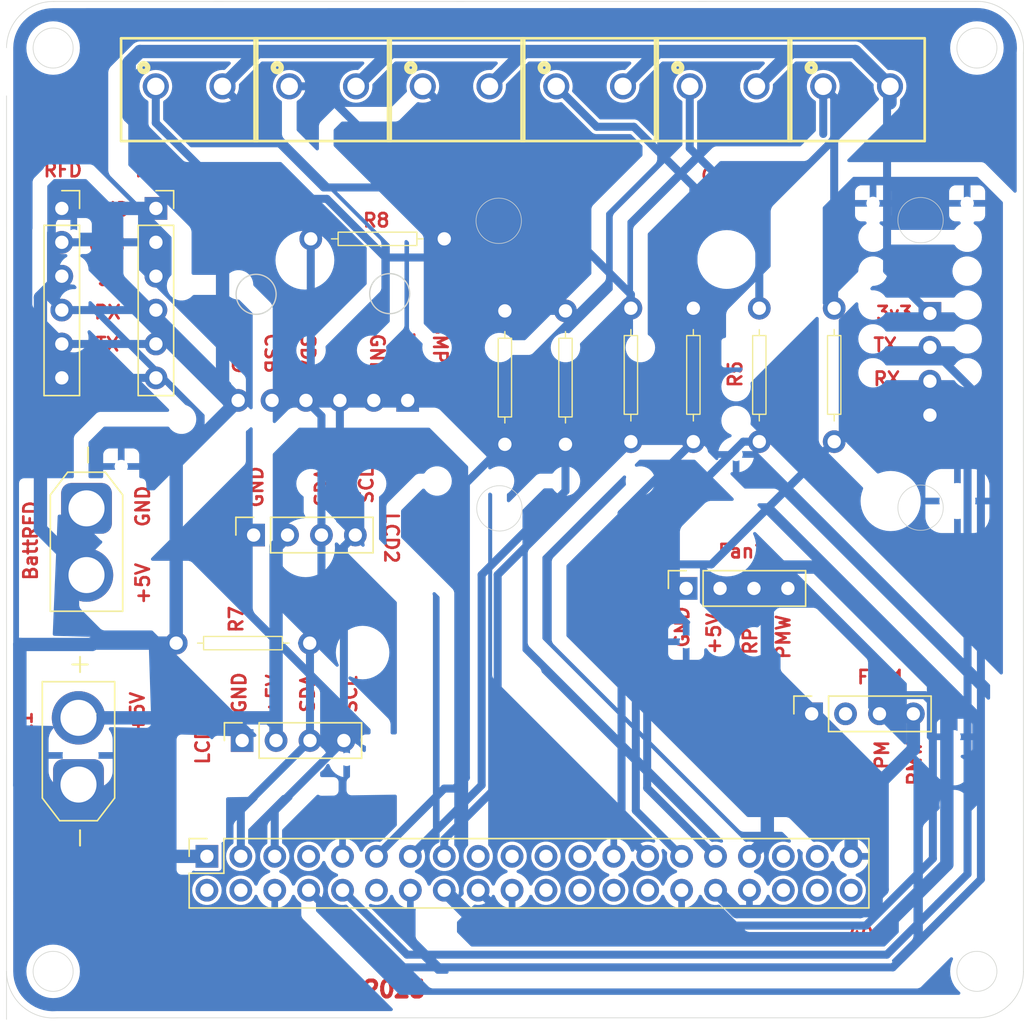
<source format=kicad_pcb>
(kicad_pcb (version 20240108) (generator "pcbnew") (generator_version "8.0")
  (layers (0 "F.Cu" signal) (31 "B.Cu" signal) (34 "B.Paste" user) (35 "F.Paste" user) (36 "B.SilkS" user "B.Silkscreen") (37 "F.SilkS" user "F.Silkscreen") (38 "B.Mask" user) (39 "F.Mask" user) (44 "Edge.Cuts" user))
  (net 0 "")
  (net 1 "Net-(Bouton_1-GND)")
  (net 2 "+3.3V")
  (net 3 "Net-(Bouton_2-GND)")
  (net 4 "Net-(Bouton_3-GND)")
  (net 5 "Net-(Bouton_4-GND)")
  (net 6 "Net-(Bouton_5-GND)")
  (net 7 "Net-(Bouton_6-GND)")
  (net 8 "+5V")
  (net 9 "GND")
  (net 10 "SCL")
  (net 11 "SDA")
  (net 13 "Fan2_RPM")
  (net 15 "Fan1_RPM")
  (net 18 "Fan2_PWM")
  (net 20 "Bouton_3")
  (net 22 "Fan1_PWM")
  (net 26 "Bouton_4")
  (net 27 "Bouton_1")
  (net 28 "Bouton_2")
  (net 31 "Bouton_6")
  (net 32 "RXD")
  (net 33 "TXD")
  (net 36 "Bouton_5")
  (net 40 "RFD_CTS")
  (net 41 "RFD_RTS")
  (net 42 "RFD_RX")
  (net 43 "RFD_TX")
  (footprint "SAS-Librarie-Empreinte:bornie_2position" (layer "F.Cu") (at 83.69 66.37)
    (property "Reference" "Bouton_2" (hide yes))
    (property "Value" "691137710002" (hide yes))
    (fp_line (start -5.1 -3.6) (end 5.1 -3.6) (stroke (width 0.2)) (layer "F.SilkS"))
    (fp_line (start -5.1 4.1) (end -5.1 -3.6) (stroke (width 0.2)) (layer "F.SilkS"))
    (fp_line (start 5.1 -3.6) (end 5.1 4.1) (stroke (width 0.2)) (layer "F.SilkS"))
    (fp_line (start 5.1 4.1) (end -5.1 4.1) (stroke (width 0.2)) (layer "F.SilkS"))
    (fp_circle (center -3.4 -1.4) (end -3.3 -1.4) (stroke (width 0.4)) (fill none) (layer "F.SilkS"))
    (pad "1" thru_hole circle (at -2.5 0) (size 1.95 1.95) (drill 1.3) (layers "*.Cu" "*.Mask") (net 3 "Net-(Bouton_2-GND)"))
    (pad "2" thru_hole circle (at 2.5 0) (size 1.95 1.95) (drill 1.3) (layers "*.Cu" "*.Mask") (net 2 "+3.3V"))
  )
  (footprint "SAS-Librarie-Empreinte:Resistance" (layer "F.Cu") (at 111.36 88.1 -90)
    (property "Reference" "R4" (hide yes))
    (property "Value" "1k" (hide yes))
    (fp_line (start -3.5 -0.1) (end -3.05 -0.1) (stroke (width 0.1)) (layer "F.SilkS"))
    (fp_line (start 2.85 -0.1) (end 3.35 -0.1) (stroke (width 0.1)) (layer "F.SilkS"))
    (fp_rect (start -3.05 -0.6) (end 2.85 0.4) (stroke (width 0.1)) (fill none) (layer "F.SilkS"))
    (pad "1" thru_hole oval (at 4.9 -0.1 270) (size 1.7 1.7) (drill 1) (layers "*.Cu" "*.Mask") (net 26 "Bouton_4"))
    (pad "2" thru_hole oval (at -5.1 -0.1 270) (size 1.7 1.7) (drill 1) (layers "*.Cu" "*.Mask") (net 5 "Net-(Bouton_4-GND)"))
  )
  (footprint "SAS-Librarie-Empreinte:Conn_6_pos" (layer "F.Cu") (at 71.0958 92.891)
    (property "Reference" "J10-FTDI1" (hide yes))
    (property "Value" "Conn_01x06" (hide yes))
    (fp_line (start -1.2258 -16.101) (end -1.2258 -3.341) (stroke (width 0.12)) (layer "F.SilkS"))
    (fp_line (start -1.2258 -16.101) (end 1.4342 -16.101) (stroke (width 0.12)) (layer "F.SilkS"))
    (fp_line (start -1.2258 -3.341) (end 1.4342 -3.341) (stroke (width 0.12)) (layer "F.SilkS"))
    (fp_line (start 0.1042 -18.701) (end 1.4342 -18.701) (stroke (width 0.12)) (layer "F.SilkS"))
    (fp_line (start 1.4342 -18.701) (end 1.4342 -17.371) (stroke (width 0.12)) (layer "F.SilkS"))
    (fp_line (start 1.4342 -16.101) (end 1.4342 -3.341) (stroke (width 0.12)) (layer "F.SilkS"))
    (pad "1" thru_hole rect (at 0.1042 -17.371) (size 1.7 1.7) (drill 1) (layers "*.Cu" "*.Mask") (net 9 "GND"))
    (pad "2" thru_hole oval (at 0.1042 -14.831) (size 1.7 1.7) (drill 1) (layers "*.Cu" "*.Mask") (net 40 "RFD_CTS"))
    (pad "3" thru_hole oval (at 0.1042 -12.291) (size 1.7 1.7) (drill 1) (layers "*.Cu" "*.Mask"))
    (pad "4" thru_hole oval (at 0.1042 -9.751) (size 1.7 1.7) (drill 1) (layers "*.Cu" "*.Mask") (net 42 "RFD_RX"))
    (pad "5" thru_hole oval (at 0.1042 -7.211) (size 1.7 1.7) (drill 1) (layers "*.Cu" "*.Mask") (net 43 "RFD_TX"))
    (pad "6" thru_hole oval (at 0.1042 -4.671) (size 1.7 1.7) (drill 1) (layers "*.Cu" "*.Mask") (net 41 "RFD_RTS"))
  )
  (footprint "SAS-Librarie-Empreinte:bornie_2position" (layer "F.Cu") (at 73.69 66.37)
    (property "Reference" "Bouton_1" (hide yes))
    (property "Value" "691137710002" (hide yes))
    (fp_line (start -5.1 -3.6) (end 5.1 -3.6) (stroke (width 0.2)) (layer "F.SilkS"))
    (fp_line (start -5.1 4.1) (end -5.1 -3.6) (stroke (width 0.2)) (layer "F.SilkS"))
    (fp_line (start 5.1 -3.6) (end 5.1 4.1) (stroke (width 0.2)) (layer "F.SilkS"))
    (fp_line (start 5.1 4.1) (end -5.1 4.1) (stroke (width 0.2)) (layer "F.SilkS"))
    (fp_circle (center -3.4 -1.4) (end -3.3 -1.4) (stroke (width 0.4)) (fill none) (layer "F.SilkS"))
    (pad "1" thru_hole circle (at -2.5 0) (size 1.95 1.95) (drill 1.3) (layers "*.Cu" "*.Mask") (net 1 "Net-(Bouton_1-GND)"))
    (pad "2" thru_hole circle (at 2.5 0) (size 1.95 1.95) (drill 1.3) (layers "*.Cu" "*.Mask") (net 2 "+3.3V"))
  )
  (footprint "SAS-Librarie-Empreinte:bornie_2position" (layer "F.Cu") (at 103.69 66.37)
    (property "Reference" "Bouton_4" (hide yes))
    (property "Value" "691137710002" (hide yes))
    (fp_line (start -5.1 -3.6) (end 5.1 -3.6) (stroke (width 0.2)) (layer "F.SilkS"))
    (fp_line (start -5.1 4.1) (end -5.1 -3.6) (stroke (width 0.2)) (layer "F.SilkS"))
    (fp_line (start 5.1 -3.6) (end 5.1 4.1) (stroke (width 0.2)) (layer "F.SilkS"))
    (fp_line (start 5.1 4.1) (end -5.1 4.1) (stroke (width 0.2)) (layer "F.SilkS"))
    (fp_circle (center -3.4 -1.4) (end -3.3 -1.4) (stroke (width 0.4)) (fill none) (layer "F.SilkS"))
    (pad "1" thru_hole circle (at -2.5 0) (size 1.95 1.95) (drill 1.3) (layers "*.Cu" "*.Mask") (net 5 "Net-(Bouton_4-GND)"))
    (pad "2" thru_hole circle (at 2.5 0) (size 1.95 1.95) (drill 1.3) (layers "*.Cu" "*.Mask") (net 2 "+3.3V"))
  )
  (footprint "SAS-Librarie-Empreinte:bornie_2position" (layer "F.Cu") (at 93.69 66.37)
    (property "Reference" "Bouton_3" (hide yes))
    (property "Value" "691137710002" (hide yes))
    (fp_line (start -5.1 -3.6) (end 5.1 -3.6) (stroke (width 0.2)) (layer "F.SilkS"))
    (fp_line (start -5.1 4.1) (end -5.1 -3.6) (stroke (width 0.2)) (layer "F.SilkS"))
    (fp_line (start 5.1 -3.6) (end 5.1 4.1) (stroke (width 0.2)) (layer "F.SilkS"))
    (fp_line (start 5.1 4.1) (end -5.1 4.1) (stroke (width 0.2)) (layer "F.SilkS"))
    (fp_circle (center -3.4 -1.4) (end -3.3 -1.4) (stroke (width 0.4)) (fill none) (layer "F.SilkS"))
    (pad "1" thru_hole circle (at -2.5 0) (size 1.95 1.95) (drill 1.3) (layers "*.Cu" "*.Mask") (net 4 "Net-(Bouton_3-GND)"))
    (pad "2" thru_hole circle (at 2.5 0) (size 1.95 1.95) (drill 1.3) (layers "*.Cu" "*.Mask") (net 2 "+3.3V"))
  )
  (footprint "Connector_PinSocket_2.54mm:PinSocket_2x20_P2.54mm_Vertical" (layer "F.Cu") (at 75.02 124.08 90)
    (property "Reference" "J6-cable-plat1" (hide yes))
    (property "Value" "Conn_02x20_Odd_Even" (hide yes))
    (fp_line (start 1.33 -1.33) (end 1.33 0) (stroke (width 0.12)) (layer "F.SilkS"))
    (fp_line (start 0 -1.33) (end 1.33 -1.33) (stroke (width 0.12)) (layer "F.SilkS"))
    (fp_line (start -1.27 -1.33) (end -1.27 1.27) (stroke (width 0.12)) (layer "F.SilkS"))
    (fp_line (start -3.87 -1.33) (end -1.27 -1.33) (stroke (width 0.12)) (layer "F.SilkS"))
    (fp_line (start -3.87 -1.33) (end -3.87 49.59) (stroke (width 0.12)) (layer "F.SilkS"))
    (fp_line (start 1.33 1.27) (end 1.33 49.59) (stroke (width 0.12)) (layer "F.SilkS"))
    (fp_line (start -1.27 1.27) (end 1.33 1.27) (stroke (width 0.12)) (layer "F.SilkS"))
    (fp_line (start -3.87 49.59) (end 1.33 49.59) (stroke (width 0.12)) (layer "F.SilkS"))
    (pad "1" thru_hole rect (at 0 0 90) (size 1.7 1.7) (drill 1) (layers "*.Cu" "*.Mask") (net 2 "+3.3V"))
    (pad "2" thru_hole oval (at -2.54 0 90) (size 1.7 1.7) (drill 1) (layers "*.Cu" "*.Mask"))
    (pad "3" thru_hole oval (at 0 2.54 90) (size 1.7 1.7) (drill 1) (layers "*.Cu" "*.Mask") (net 11 "SDA"))
    (pad "4" thru_hole oval (at -2.54 2.54 90) (size 1.7 1.7) (drill 1) (layers "*.Cu" "*.Mask"))
    (pad "5" thru_hole oval (at 0 5.08 90) (size 1.7 1.7) (drill 1) (layers "*.Cu" "*.Mask") (net 10 "SCL"))
    (pad "6" thru_hole oval (at -2.54 5.08 90) (size 1.7 1.7) (drill 1) (layers "*.Cu" "*.Mask") (net 9 "GND"))
    (pad "7" thru_hole oval (at 0 7.62 90) (size 1.7 1.7) (drill 1) (layers "*.Cu" "*.Mask"))
    (pad "8" thru_hole oval (at -2.54 7.62 90) (size 1.7 1.7) (drill 1) (layers "*.Cu" "*.Mask") (net 33 "TXD"))
    (pad "9" thru_hole oval (at 0 10.16 90) (size 1.7 1.7) (drill 1) (layers "*.Cu" "*.Mask") (net 9 "GND"))
    (pad "10" thru_hole oval (at -2.54 10.16 90) (size 1.7 1.7) (drill 1) (layers "*.Cu" "*.Mask") (net 32 "RXD"))
    (pad "11" thru_hole oval (at 0 12.7 90) (size 1.7 1.7) (drill 1) (layers "*.Cu" "*.Mask") (net 27 "Bouton_1"))
    (pad "12" thru_hole oval (at -2.54 12.7 90) (size 1.7 1.7) (drill 1) (layers "*.Cu" "*.Mask"))
    (pad "13" thru_hole oval (at 0 15.24 90) (size 1.7 1.7) (drill 1) (layers "*.Cu" "*.Mask") (net 28 "Bouton_2"))
    (pad "14" thru_hole oval (at -2.54 15.24 90) (size 1.7 1.7) (drill 1) (layers "*.Cu" "*.Mask") (net 9 "GND"))
    (pad "15" thru_hole oval (at 0 17.78 90) (size 1.7 1.7) (drill 1) (layers "*.Cu" "*.Mask") (net 20 "Bouton_3"))
    (pad "16" thru_hole oval (at -2.54 17.78 90) (size 1.7 1.7) (drill 1) (layers "*.Cu" "*.Mask") (net 13 "Fan2_RPM"))
    (pad "17" thru_hole oval (at 0 20.32 90) (size 1.7 1.7) (drill 1) (layers "*.Cu" "*.Mask") (net 2 "+3.3V"))
    (pad "18" thru_hole oval (at -2.54 20.32 90) (size 1.7 1.7) (drill 1) (layers "*.Cu" "*.Mask") (net 15 "Fan1_RPM"))
    (pad "19" thru_hole oval (at 0 22.86 90) (size 1.7 1.7) (drill 1) (layers "*.Cu" "*.Mask"))
    (pad "20" thru_hole oval (at -2.54 22.86 90) (size 1.7 1.7) (drill 1) (layers "*.Cu" "*.Mask") (net 9 "GND"))
    (pad "21" thru_hole oval (at 0 25.4 90) (size 1.7 1.7) (drill 1) (layers "*.Cu" "*.Mask"))
    (pad "22" thru_hole oval (at -2.54 25.4 90) (size 1.7 1.7) (drill 1) (layers "*.Cu" "*.Mask"))
    (pad "23" thru_hole oval (at 0 27.94 90) (size 1.7 1.7) (drill 1) (layers "*.Cu" "*.Mask"))
    (pad "24" thru_hole oval (at -2.54 27.94 90) (size 1.7 1.7) (drill 1) (layers "*.Cu" "*.Mask"))
    (pad "25" thru_hole oval (at 0 30.48 90) (size 1.7 1.7) (drill 1) (layers "*.Cu" "*.Mask") (net 9 "GND"))
    (pad "26" thru_hole oval (at -2.54 30.48 90) (size 1.7 1.7) (drill 1) (layers "*.Cu" "*.Mask"))
    (pad "27" thru_hole oval (at 0 33.02 90) (size 1.7 1.7) (drill 1) (layers "*.Cu" "*.Mask") (net 26 "Bouton_4"))
    (pad "28" thru_hole oval (at -2.54 33.02 90) (size 1.7 1.7) (drill 1) (layers "*.Cu" "*.Mask"))
    (pad "29" thru_hole oval (at 0 35.56 90) (size 1.7 1.7) (drill 1) (layers "*.Cu" "*.Mask") (net 36 "Bouton_5"))
    (pad "30" thru_hole oval (at -2.54 35.56 90) (size 1.7 1.7) (drill 1) (layers "*.Cu" "*.Mask") (net 9 "GND"))
    (pad "31" thru_hole oval (at 0 38.1 90) (size 1.7 1.7) (drill 1) (layers "*.Cu" "*.Mask") (net 31 "Bouton_6"))
    (pad "32" thru_hole oval (at -2.54 38.1 90) (size 1.7 1.7) (drill 1) (layers "*.Cu" "*.Mask") (net 22 "Fan1_PWM"))
    (pad "33" thru_hole oval (at 0 40.64 90) (size 1.7 1.7) (drill 1) (layers "*.Cu" "*.Mask") (net 18 "Fan2_PWM"))
    (pad "34" thru_hole oval (at -2.54 40.64 90) (size 1.7 1.7) (drill 1) (layers "*.Cu" "*.Mask") (net 9 "GND"))
    (pad "35" thru_hole oval (at 0 43.18 90) (size 1.7 1.7) (drill 1) (layers "*.Cu" "*.Mask"))
    (pad "36" thru_hole oval (at -2.54 43.18 90) (size 1.7 1.7) (drill 1) (layers "*.Cu" "*.Mask"))
    (pad "37" thru_hole oval (at 0 45.72 90) (size 1.7 1.7) (drill 1) (layers "*.Cu" "*.Mask"))
    (pad "38" thru_hole oval (at -2.54 45.72 90) (size 1.7 1.7) (drill 1) (layers "*.Cu" "*.Mask"))
    (pad "39" thru_hole oval (at 0 48.26 90) (size 1.7 1.7) (drill 1) (layers "*.Cu" "*.Mask") (net 9 "GND"))
    (pad "40" thru_hole oval (at -2.54 48.26 90) (size 1.7 1.7) (drill 1) (layers "*.Cu" "*.Mask"))
  )
  (footprint "SAS-Librarie-Empreinte:Header-BMP280" (layer "F.Cu") (at 77.36 89.91 -90)
    (property "Reference" "J4-BMP280" (hide yes))
    (property "Value" "Conn_01x06_Pin" (hide yes))
    (fp_circle (center -7.9516 -1.3448) (end -6.4516 -1.3448) (stroke (width 0.1)) (fill none) (layer "Edge.Cuts"))
    (fp_circle (center -8.0024 -11.3524) (end -6.5024 -11.3524) (stroke (width 0.1)) (fill none) (layer "Edge.Cuts"))
    (pad "1" thru_hole rect (at 0 -12.7 270) (size 1.7 1.7) (drill 1) (layers "*.Cu" "*.Mask") (net 2 "+3.3V"))
    (pad "2" thru_hole oval (at 0 -10.16 270) (size 1.7 1.7) (drill 1) (layers "*.Cu" "*.Mask") (net 9 "GND"))
    (pad "3" thru_hole oval (at 0 -7.62 270) (size 1.7 1.7) (drill 1) (layers "*.Cu" "*.Mask") (net 10 "SCL"))
    (pad "4" thru_hole oval (at 0 -5.08 270) (size 1.7 1.7) (drill 1) (layers "*.Cu" "*.Mask") (net 11 "SDA"))
    (pad "5" thru_hole oval (at 0 -2.54 270) (size 1.7 1.7) (drill 1) (layers "*.Cu" "*.Mask") (net 2 "+3.3V"))
    (pad "6" thru_hole oval (at 0 0 270) (size 1.7 1.7) (drill 1) (layers "*.Cu" "*.Mask") (net 2 "+3.3V"))
  )
  (footprint "SAS-Librarie-Empreinte:Resistance" (layer "F.Cu") (at 101.98 88.1 90)
    (property "Reference" "R2" (hide yes))
    (property "Value" "1k" (hide yes))
    (fp_line (start 2.85 -0.1) (end 3.35 -0.1) (stroke (width 0.1)) (layer "F.SilkS"))
    (fp_line (start -3.5 -0.1) (end -3.05 -0.1) (stroke (width 0.1)) (layer "F.SilkS"))
    (fp_rect (start -3.05 -0.6) (end 2.85 0.4) (stroke (width 0.1)) (fill none) (layer "F.SilkS"))
    (pad "1" thru_hole oval (at 4.9 -0.1 90) (size 1.7 1.7) (drill 1) (layers "*.Cu" "*.Mask") (net 3 "Net-(Bouton_2-GND)"))
    (pad "2" thru_hole oval (at -5.1 -0.1 90) (size 1.7 1.7) (drill 1) (layers "*.Cu" "*.Mask") (net 28 "Bouton_2"))
  )
  (footprint "SAS-Librarie-Empreinte:Conn_4_pos" (layer "F.Cu") (at 120.32 110.25 90)
    (property "Reference" "J9-Fan2" (hide yes))
    (property "Value" "Conn_01x04_Socket" (hide yes))
    (fp_line (start 7.58 -10.73) (end 7.58 -9.4) (stroke (width 0.12)) (layer "F.SilkS"))
    (fp_line (start 6.25 -10.73) (end 7.58 -10.73) (stroke (width 0.12)) (layer "F.SilkS"))
    (fp_line (start 7.58 -8.13) (end 7.58 -0.45) (stroke (width 0.12)) (layer "F.SilkS"))
    (fp_line (start 4.92 -8.13) (end 7.58 -8.13) (stroke (width 0.12)) (layer "F.SilkS"))
    (fp_line (start 4.92 -8.13) (end 4.92 -0.45) (stroke (width 0.12)) (layer "F.SilkS"))
    (fp_line (start 4.92 -0.45) (end 7.58 -0.45) (stroke (width 0.12)) (layer "F.SilkS"))
    (pad "1" thru_hole rect (at 6.25 -9.4 90) (size 1.7 1.7) (drill 1) (layers "*.Cu" "*.Mask") (net 9 "GND"))
    (pad "2" thru_hole oval (at 6.25 -6.86 90) (size 1.7 1.7) (drill 1) (layers "*.Cu" "*.Mask") (net 8 "+5V"))
    (pad "3" thru_hole oval (at 6.25 -4.32 90) (size 1.7 1.7) (drill 1) (layers "*.Cu" "*.Mask") (net 13 "Fan2_RPM"))
    (pad "4" thru_hole oval (at 6.25 -1.78 90) (size 1.7 1.7) (drill 1) (layers "*.Cu" "*.Mask") (net 18 "Fan2_PWM"))
  )
  (footprint "SAS-Librarie-Empreinte:AMASS_XT30U-F_1x02_P5.0mm_Vertical" (layer "F.Cu") (at 65.4 118.7 90)
    (property "Reference" "J1_Batt1" (hide yes))
    (property "Value" "691137710002" (hide yes))
    (fp_line (start 7.71 -2.71) (end 7.71 2.71) (stroke (width 0.12)) (layer "F.SilkS"))
    (fp_line (start -1.01 -2.71) (end 7.71 -2.71) (stroke (width 0.12)) (layer "F.SilkS"))
    (fp_line (start -2.71 -1.41) (end -1.01 -2.71) (stroke (width 0.12)) (layer "F.SilkS"))
    (fp_line (start -2.71 -1.41) (end -2.71 1.41) (stroke (width 0.12)) (layer "F.SilkS"))
    (fp_line (start -2.71 1.41) (end -1.01 2.71) (stroke (width 0.12)) (layer "F.SilkS"))
    (fp_line (start -1.01 2.71) (end 7.71 2.71) (stroke (width 0.12)) (layer "F.SilkS"))
    (fp_text user "+" (at 9 0 90) (layer "F.SilkS") (effects (font (size 1.5 1.5))))
    (fp_text user "-" (at -4 0 90) (layer "F.SilkS") (effects (font (size 1.5 1.5))))
    (pad "1" thru_hole roundrect (at 0 0 90) (size 3.8 3.8) (drill 2.7) (layers "*.Cu" "*.Mask") (roundrect_rratio 0.2) (net 9 "GND"))
    (pad "2" thru_hole circle (at 5 0 90) (size 4 4) (drill 2.7) (layers "*.Cu" "*.Mask") (net 8 "+5V"))
  )
  (footprint "SAS-Librarie-Empreinte:bornie_2position" (layer "F.Cu") (at 123.69 66.37)
    (property "Reference" "Bouton_6" (hide yes))
    (property "Value" "691137710002" (hide yes))
    (fp_line (start -5.1 -3.6) (end 5.1 -3.6) (stroke (width 0.2)) (layer "F.SilkS"))
    (fp_line (start -5.1 4.1) (end -5.1 -3.6) (stroke (width 0.2)) (layer "F.SilkS"))
    (fp_line (start 5.1 -3.6) (end 5.1 4.1) (stroke (width 0.2)) (layer "F.SilkS"))
    (fp_line (start 5.1 4.1) (end -5.1 4.1) (stroke (width 0.2)) (layer "F.SilkS"))
    (fp_circle (center -3.4 -1.4) (end -3.3 -1.4) (stroke (width 0.4)) (fill none) (layer "F.SilkS"))
    (pad "1" thru_hole circle (at -2.5 0) (size 1.95 1.95) (drill 1.3) (layers "*.Cu" "*.Mask") (net 7 "Net-(Bouton_6-GND)"))
    (pad "2" thru_hole circle (at 2.5 0) (size 1.95 1.95) (drill 1.3) (layers "*.Cu" "*.Mask") (net 2 "+3.3V"))
  )
  (footprint "SAS-Librarie-Empreinte:conn-GPS" (layer "F.Cu") (at 129.18 87.2)
    (property "Reference" "J5-GPS1" (hide yes))
    (property "Value" "Conn_01x04_Socket" (hide yes))
    (fp_circle (center -32.3 -10.75) (end -30.6 -10.75) (stroke (width 0.05)) (fill none) (layer "Edge.Cuts"))
    (fp_circle (center -32.25 10.8) (end -30.55 10.8) (stroke (width 0.05)) (fill none) (layer "Edge.Cuts"))
    (fp_circle (center -0.7 -10.8) (end 1 -10.8) (stroke (width 0.05)) (fill none) (layer "Edge.Cuts"))
    (fp_circle (center -0.7 10.75) (end 1 10.75) (stroke (width 0.05)) (fill none) (layer "Edge.Cuts"))
    (pad "1" thru_hole rect (at 0 -3.81) (size 1.7 1.7) (drill 1) (layers "*.Cu" "*.Mask") (net 2 "+3.3V"))
    (pad "2" thru_hole oval (at 0 -1.27) (size 1.7 1.7) (drill 1) (layers "*.Cu" "*.Mask") (net 33 "TXD"))
    (pad "3" thru_hole oval (at 0 1.27) (size 1.7 1.7) (drill 1) (layers "*.Cu" "*.Mask") (net 32 "RXD"))
    (pad "4" thru_hole oval (at 0 3.81) (size 1.7 1.7) (drill 1) (layers "*.Cu" "*.Mask") (net 9 "GND"))
  )
  (footprint "SAS-Librarie-Empreinte:Resistance" (layer "F.Cu") (at 106.68 88.1 -90)
    (property "Reference" "R3" (hide yes))
    (property "Value" "1k" (hide yes))
    (fp_line (start -3.5 -0.1) (end -3.05 -0.1) (stroke (width 0.1)) (layer "F.SilkS"))
    (fp_line (start 2.85 -0.1) (end 3.35 -0.1) (stroke (width 0.1)) (layer "F.SilkS"))
    (fp_rect (start -3.05 -0.6) (end 2.85 0.4) (stroke (width 0.1)) (fill none) (layer "F.SilkS"))
    (pad "1" thru_hole oval (at 4.9 -0.1 270) (size 1.7 1.7) (drill 1) (layers "*.Cu" "*.Mask") (net 20 "Bouton_3"))
    (pad "2" thru_hole oval (at -5.1 -0.1 270) (size 1.7 1.7) (drill 1) (layers "*.Cu" "*.Mask") (net 4 "Net-(Bouton_3-GND)"))
  )
  (footprint "SAS-Librarie-Empreinte:Resistance" (layer "F.Cu") (at 87.7 77.7 180)
    (property "Reference" "R8" (hide yes))
    (property "Value" "1k" (hide yes))
    (fp_line (start 2.85 -0.1) (end 3.35 -0.1) (stroke (width 0.1)) (layer "F.SilkS"))
    (fp_line (start -3.5 -0.1) (end -3.05 -0.1) (stroke (width 0.1)) (layer "F.SilkS"))
    (fp_rect (start -3.05 -0.6) (end 2.85 0.4) (stroke (width 0.1)) (fill none) (layer "F.SilkS"))
    (pad "1" thru_hole oval (at 4.9 -0.1 180) (size 1.7 1.7) (drill 1) (layers "*.Cu" "*.Mask") (net 10 "SCL"))
    (pad "2" thru_hole oval (at -5.1 -0.1 180) (size 1.7 1.7) (drill 1) (layers "*.Cu" "*.Mask") (net 2 "+3.3V"))
  )
  (footprint "SAS-Librarie-Empreinte:Resistance" (layer "F.Cu") (at 116.3 88.1 -90)
    (property "Reference" "R5" (hide yes))
    (property "Value" "1k" (hide yes))
    (fp_line (start -3.5 -0.1) (end -3.05 -0.1) (stroke (width 0.1)) (layer "F.SilkS"))
    (fp_line (start 2.85 -0.1) (end 3.35 -0.1) (stroke (width 0.1)) (layer "F.SilkS"))
    (fp_rect (start -3.05 -0.6) (end 2.85 0.4) (stroke (width 0.1)) (fill none) (layer "F.SilkS"))
    (pad "1" thru_hole oval (at 4.9 -0.1 270) (size 1.7 1.7) (drill 1) (layers "*.Cu" "*.Mask") (net 36 "Bouton_5"))
    (pad "2" thru_hole oval (at -5.1 -0.1 270) (size 1.7 1.7) (drill 1) (layers "*.Cu" "*.Mask") (net 6 "Net-(Bouton_5-GND)"))
  )
  (footprint "SAS-Librarie-Empreinte:Resistance" (layer "F.Cu") (at 77.82 108.2)
    (property "Reference" "R7" (hide yes))
    (property "Value" "1k" (hide yes))
    (fp_line (start -3.5 -0.1) (end -3.05 -0.1) (stroke (width 0.1)) (layer "F.SilkS"))
    (fp_line (start 2.85 -0.1) (end 3.35 -0.1) (stroke (width 0.1)) (layer "F.SilkS"))
    (fp_rect (start -3.05 -0.6) (end 2.85 0.4) (stroke (width 0.1)) (fill none) (layer "F.SilkS"))
    (pad "1" thru_hole oval (at 4.9 -0.1) (size 1.7 1.7) (drill 1) (layers "*.Cu" "*.Mask") (net 11 "SDA"))
    (pad "2" thru_hole oval (at -5.1 -0.1) (size 1.7 1.7) (drill 1) (layers "*.Cu" "*.Mask") (net 2 "+3.3V"))
  )
  (footprint "SAS-Librarie-Empreinte:Conn_4_pos" (layer "F.Cu") (at 87.06 121.65 90)
    (property "Reference" "J2-LCD1" (hide yes))
    (property "Value" "Conn_01x04_Socket" (hide yes))
    (fp_line (start 7.58 -10.73) (end 7.58 -9.4) (stroke (width 0.12)) (layer "F.SilkS"))
    (fp_line (start 6.25 -10.73) (end 7.58 -10.73) (stroke (width 0.12)) (layer "F.SilkS"))
    (fp_line (start 7.58 -8.13) (end 7.58 -0.45) (stroke (width 0.12)) (layer "F.SilkS"))
    (fp_line (start 4.92 -8.13) (end 7.58 -8.13) (stroke (width 0.12)) (layer "F.SilkS"))
    (fp_line (start 4.92 -8.13) (end 4.92 -0.45) (stroke (width 0.12)) (layer "F.SilkS"))
    (fp_line (start 4.92 -0.45) (end 7.58 -0.45) (stroke (width 0.12)) (layer "F.SilkS"))
    (pad "1" thru_hole rect (at 6.25 -9.4 90) (size 1.7 1.7) (drill 1) (layers "*.Cu" "*.Mask") (net 9 "GND"))
    (pad "2" thru_hole oval (at 6.25 -6.86 90) (size 1.7 1.7) (drill 1) (layers "*.Cu" "*.Mask") (net 8 "+5V"))
    (pad "3" thru_hole oval (at 6.25 -4.32 90) (size 1.7 1.7) (drill 1) (layers "*.Cu" "*.Mask") (net 11 "SDA"))
    (pad "4" thru_hole oval (at 6.25 -1.78 90) (size 1.7 1.7) (drill 1) (layers "*.Cu" "*.Mask") (net 10 "SCL"))
  )
  (footprint "SAS-Librarie-Empreinte:Resistance" (layer "F.Cu") (at 97.44 88.1 90)
    (property "Reference" "R1" (hide yes))
    (property "Value" "1k" (hide yes))
    (fp_line (start 2.85 -0.1) (end 3.35 -0.1) (stroke (width 0.1)) (layer "F.SilkS"))
    (fp_line (start -3.5 -0.1) (end -3.05 -0.1) (stroke (width 0.1)) (layer "F.SilkS"))
    (fp_rect (start -3.05 -0.6) (end 2.85 0.4) (stroke (width 0.1)) (fill none) (layer "F.SilkS"))
    (pad "1" thru_hole oval (at 4.9 -0.1 90) (size 1.7 1.7) (drill 1) (layers "*.Cu" "*.Mask") (net 1 "Net-(Bouton_1-GND)"))
    (pad "2" thru_hole oval (at -5.1 -0.1 90) (size 1.7 1.7) (drill 1) (layers "*.Cu" "*.Mask") (net 27 "Bouton_1"))
  )
  (footprint "SAS-Librarie-Empreinte:Conn_4_pos" (layer "F.Cu") (at 87.92 106.25 90)
    (property "Reference" "J3-LCD2" (hide yes))
    (property "Value" "Conn_01x04_Socket" (hide yes))
    (fp_line (start 7.58 -10.73) (end 7.58 -9.4) (stroke (width 0.12)) (layer "F.SilkS"))
    (fp_line (start 6.25 -10.73) (end 7.58 -10.73) (stroke (width 0.12)) (layer "F.SilkS"))
    (fp_line (start 7.58 -8.13) (end 7.58 -0.45) (stroke (width 0.12)) (layer "F.SilkS"))
    (fp_line (start 4.92 -8.13) (end 7.58 -8.13) (stroke (width 0.12)) (layer "F.SilkS"))
    (fp_line (start 4.92 -8.13) (end 4.92 -0.45) (stroke (width 0.12)) (layer "F.SilkS"))
    (fp_line (start 4.92 -0.45) (end 7.58 -0.45) (stroke (width 0.12)) (layer "F.SilkS"))
    (pad "1" thru_hole rect (at 6.25 -9.4 90) (size 1.7 1.7) (drill 1) (layers "*.Cu" "*.Mask") (net 9 "GND"))
    (pad "2" thru_hole oval (at 6.25 -6.86 90) (size 1.7 1.7) (drill 1) (layers "*.Cu" "*.Mask") (net 8 "+5V"))
    (pad "3" thru_hole oval (at 6.25 -4.32 90) (size 1.7 1.7) (drill 1) (layers "*.Cu" "*.Mask") (net 11 "SDA"))
    (pad "4" thru_hole oval (at 6.25 -1.78 90) (size 1.7 1.7) (drill 1) (layers "*.Cu" "*.Mask") (net 10 "SCL"))
  )
  (footprint "SAS-Librarie-Empreinte:Conn_4_pos" (layer "F.Cu") (at 129.72 119.65 90)
    (property "Reference" "J8-Fan1" (hide yes))
    (property "Value" "Conn_01x04_Socket" (hide yes))
    (fp_line (start 7.58 -10.73) (end 7.58 -9.4) (stroke (width 0.12)) (layer "F.SilkS"))
    (fp_line (start 6.25 -10.73) (end 7.58 -10.73) (stroke (width 0.12)) (layer "F.SilkS"))
    (fp_line (start 7.58 -8.13) (end 7.58 -0.45) (stroke (width 0.12)) (layer "F.SilkS"))
    (fp_line (start 4.92 -8.13) (end 7.58 -8.13) (stroke (width 0.12)) (layer "F.SilkS"))
    (fp_line (start 4.92 -8.13) (end 4.92 -0.45) (stroke (width 0.12)) (layer "F.SilkS"))
    (fp_line (start 4.92 -0.45) (end 7.58 -0.45) (stroke (width 0.12)) (layer "F.SilkS"))
    (pad "1" thru_hole rect (at 6.25 -9.4 90) (size 1.7 1.7) (drill 1) (layers "*.Cu" "*.Mask") (net 9 "GND"))
    (pad "2" thru_hole oval (at 6.25 -6.86 90) (size 1.7 1.7) (drill 1) (layers "*.Cu" "*.Mask") (net 8 "+5V"))
    (pad "3" thru_hole oval (at 6.25 -4.32 90) (size 1.7 1.7) (drill 1) (layers "*.Cu" "*.Mask") (net 15 "Fan1_RPM"))
    (pad "4" thru_hole oval (at 6.25 -1.78 90) (size 1.7 1.7) (drill 1) (layers "*.Cu" "*.Mask") (net 22 "Fan1_PWM"))
  )
  (footprint "SAS-Librarie-Empreinte:AMASS_XT30U-F_1x02_P5.0mm_Vertical" (layer "F.Cu") (at 66 98 -90)
    (property "Reference" "J7-RFD900x1" (hide yes))
    (property "Value" "691137710002" (hide yes))
    (fp_line (start -1.01 2.71) (end 7.71 2.71) (stroke (width 0.12)) (layer "F.SilkS"))
    (fp_line (start -2.71 1.41) (end -1.01 2.71) (stroke (width 0.12)) (layer "F.SilkS"))
    (fp_line (start -2.71 -1.41) (end -2.71 1.41) (stroke (width 0.12)) (layer "F.SilkS"))
    (fp_line (start -2.71 -1.41) (end -1.01 -2.71) (stroke (width 0.12)) (layer "F.SilkS"))
    (fp_line (start -1.01 -2.71) (end 7.71 -2.71) (stroke (width 0.12)) (layer "F.SilkS"))
    (fp_line (start 7.71 -2.71) (end 7.71 2.71) (stroke (width 0.12)) (layer "F.SilkS"))
    (fp_text user "-" (at -4 0 90) (layer "F.SilkS") (effects (font (size 1.5 1.5))))
    (fp_text user "+" (at 15.4 0 90) (layer "F.SilkS") (effects (font (size 1.5 1.5))))
    (pad "1" thru_hole roundrect (at 0 0 270) (size 3.8 3.8) (drill 2.7) (layers "*.Cu" "*.Mask") (roundrect_rratio 0.2) (net 9 "GND"))
    (pad "2" thru_hole circle (at 5 0 270) (size 4 4) (drill 2.7) (layers "*.Cu" "*.Mask") (net 8 "+5V"))
  )
  (footprint "SAS-Librarie-Empreinte:Conn_6_pos" (layer "F.Cu") (at 64.0458 92.891)
    (property "Reference" "J10-FTDI2" (hide yes))
    (property "Value" "Conn_01x06" (hide yes))
    (fp_line (start -1.2258 -16.101) (end -1.2258 -3.341) (stroke (width 0.12)) (layer "F.SilkS"))
    (fp_line (start -1.2258 -16.101) (end 1.4342 -16.101) (stroke (width 0.12)) (layer "F.SilkS"))
    (fp_line (start -1.2258 -3.341) (end 1.4342 -3.341) (stroke (width 0.12)) (layer "F.SilkS"))
    (fp_line (start 0.1042 -18.701) (end 1.4342 -18.701) (stroke (width 0.12)) (layer "F.SilkS"))
    (fp_line (start 1.4342 -18.701) (end 1.4342 -17.371) (stroke (width 0.12)) (layer "F.SilkS"))
    (fp_line (start 1.4342 -16.101) (end 1.4342 -3.341) (stroke (width 0.12)) (layer "F.SilkS"))
    (pad "1" thru_hole rect (at 0.1042 -17.371) (size 1.7 1.7) (drill 1) (layers "*.Cu" "*.Mask") (net 9 "GND"))
    (pad "2" thru_hole oval (at 0.1042 -14.831) (size 1.7 1.7) (drill 1) (layers "*.Cu" "*.Mask") (net 40 "RFD_CTS"))
    (pad "3" thru_hole oval (at 0.1042 -12.291) (size 1.7 1.7) (drill 1) (layers "*.Cu" "*.Mask") (net 8 "+5V"))
    (pad "4" thru_hole oval (at 0.1042 -9.751) (size 1.7 1.7) (drill 1) (layers "*.Cu" "*.Mask") (net 42 "RFD_RX"))
    (pad "5" thru_hole oval (at 0.1042 -7.211) (size 1.7 1.7) (drill 1) (layers "*.Cu" "*.Mask") (net 43 "RFD_TX"))
    (pad "6" thru_hole oval (at 0.1042 -4.671) (size 1.7 1.7) (drill 1) (layers "*.Cu" "*.Mask") (net 41 "RFD_RTS"))
  )
  (footprint "SAS-Librarie-Empreinte:bornie_2position" (layer "F.Cu") (at 113.69 66.37)
    (property "Reference" "Bouton_5" (hide yes))
    (property "Value" "691137710002" (hide yes))
    (fp_line (start -5.1 -3.6) (end 5.1 -3.6) (stroke (width 0.2)) (layer "F.SilkS"))
    (fp_line (start -5.1 4.1) (end -5.1 -3.6) (stroke (width 0.2)) (layer "F.SilkS"))
    (fp_line (start 5.1 -3.6) (end 5.1 4.1) (stroke (width 0.2)) (layer "F.SilkS"))
    (fp_line (start 5.1 4.1) (end -5.1 4.1) (stroke (width 0.2)) (layer "F.SilkS"))
    (fp_circle (center -3.4 -1.4) (end -3.3 -1.4) (stroke (width 0.4)) (fill none) (layer "F.SilkS"))
    (pad "1" thru_hole circle (at -2.5 0) (size 1.95 1.95) (drill 1.3) (layers "*.Cu" "*.Mask") (net 6 "Net-(Bouton_5-GND)"))
    (pad "2" thru_hole circle (at 2.5 0) (size 1.95 1.95) (drill 1.3) (layers "*.Cu" "*.Mask") (net 2 "+3.3V"))
  )
  (footprint "SAS-Librarie-Empreinte:Resistance" (layer "F.Cu") (at 121.91 88.1 -90)
    (property "Reference" "R6" (hide yes))
    (property "Value" "1k" (hide yes))
    (fp_line (start -3.5 -0.1) (end -3.05 -0.1) (stroke (width 0.1)) (layer "F.SilkS"))
    (fp_line (start 2.85 -0.1) (end 3.35 -0.1) (stroke (width 0.1)) (layer "F.SilkS"))
    (fp_rect (start -3.05 -0.6) (end 2.85 0.4) (stroke (width 0.1)) (fill none) (layer "F.SilkS"))
    (pad "1" thru_hole oval (at 4.9 -0.1 270) (size 1.7 1.7) (drill 1) (layers "*.Cu" "*.Mask") (net 31 "Bouton_6"))
    (pad "2" thru_hole oval (at -5.1 -0.1 270) (size 1.7 1.7) (drill 1) (layers "*.Cu" "*.Mask") (net 7 "Net-(Bouton_6-GND)"))
  )
  (gr_arc (start 132.598736 60.00078) (mid 135.272168 61.125396) (end 136.179999 63.88) (stroke (width 0.05)) (layer "Edge.Cuts"))
  (gr_arc (start 60.01 63.48) (mid 61.057131 61.007433) (end 63.550284 60.010305) (stroke (width 0.05)) (layer "Edge.Cuts"))
  (gr_line (start 136.179999 63.88) (end 136.183974 132.734956) (stroke (width 0.05)) (layer "Edge.Cuts"))
  (gr_line (start 63.550284 60.010305) (end 132.598736 60.00078) (stroke (width 0.05)) (layer "Edge.Cuts"))
  (gr_line (start 60.007938 136.3) (end 60.01 67.08) (stroke (width 0.05)) (layer "Edge.Cuts"))
  (gr_circle (center 63.5 63.5) (end 65 63.5) (stroke (width 0.05)) (fill none) (layer "Edge.Cuts"))
  (gr_arc (start 136.183974 132.734956) (mid 135.210968 135.115437) (end 132.87 136.179999) (stroke (width 0.05)) (layer "Edge.Cuts"))
  (gr_circle (center 63.5 132.7) (end 65 132.7) (stroke (width 0.05)) (fill none) (layer "Edge.Cuts"))
  (gr_circle (center 132.7 63.5) (end 134.2 63.5) (stroke (width 0.05)) (fill none) (layer "Edge.Cuts"))
  (gr_line (start 132.87 136.179999) (end 63.79 136.18) (stroke (width 0.05)) (layer "Edge.Cuts"))
  (gr_circle (center 132.7 132.7) (end 134.2 132.7) (stroke (width 0.05)) (fill none) (layer "Edge.Cuts"))
  (gr_arc (start 63.79 136.18) (mid 61.135491 135.269747) (end 60.007938 132.7) (stroke (width 0.05)) (layer "Edge.Cuts"))
  (gr_text "GND" (at 78.03 113.49 90) (layer "F.Cu") (effects (font (size 1 1) (thickness 0.2) (bold yes)) (justify left bottom)))
  (gr_text "FTDI" (at 69.52 73.24 0) (layer "F.Cu") (effects (font (size 1 1) (thickness 0.2) (bold yes)) (justify left bottom)))
  (gr_text "SCL" (at 84.69 85 270) (layer "F.Cu") (effects (font (size 1 1) (thickness 0.2) (bold yes)) (justify left bottom)))
  (gr_text "B4" (at 102.8 62 0) (layer "F.Cu") (effects (font (size 1 1) (thickness 0.2) (bold yes)) (justify left bottom)))
  (gr_text "R2" (at 100.86 89.05 90) (layer "F.Cu") (effects (font (size 1 1) (thickness 0.2) (bold yes)) (justify left bottom)))
  (gr_text "Batt1" (at 62.01 117.37 90) (layer "F.Cu") (effects (font (size 1 1) (thickness 0.2) (bold yes)) (justify left bottom)))
  (gr_text "B5" (at 112.8 62 0) (layer "F.Cu") (effects (font (size 1 1) (thickness 0.2) (bold yes)) (justify left bottom)))
  (gr_text "R4" (at 110.24 89.05 90) (layer "F.Cu") (effects (font (size 1 1) (thickness 0.2) (bold yes)) (justify left bottom)))
  (gr_text "+5V" (at 123.38 118.71 90) (layer "F.Cu") (effects (font (size 1 1) (thickness 0.2) (bold yes)) (justify left bottom)))
  (gr_text "R7" (at 77.8 107.42 90) (layer "F.Cu") (effects (font (size 1 1) (thickness 0.2) (bold yes)) (justify left bottom)))
  (gr_text "RPM" (at 116.3 109.08 90) (layer "F.Cu") (effects (font (size 1 1) (thickness 0.2) (bold yes)) (justify left bottom)))
  (gr_text "RX" (at 66.46 83.89 0) (layer "F.Cu") (effects (font (size 1 1) (thickness 0.2) (bold yes)) (justify left bottom)))
  (gr_text "GPIO" (at 72.63 127.98 90) (layer "F.Cu") (effects (font (size 1 1) (thickness 0.2) (bold yes)) (justify left bottom)))
  (gr_text "TX" (at 66.58 86.29 0) (layer "F.Cu") (effects (font (size 1 1) (thickness 0.2) (bold yes)) (justify left bottom)))
  (gr_text "B3\n" (at 92.8 62 0) (layer "F.Cu") (effects (font (size 1 1) (thickness 0.2) (bold yes)) (justify left bottom)))
  (gr_text "R6" (at 120.79 89.05 90) (layer "F.Cu") (effects (font (size 1 1) (thickness 0.2) (bold yes)) (justify left bottom)))
  (gr_text "CTS" (at 66.03 78.85 0) (layer "F.Cu") (effects (font (size 1 1) (thickness 0.2) (bold yes)) (justify left bottom)))
  (gr_text "GND" (at 66.03 76.19 0) (layer "F.Cu") (effects (font (size 1 1) (thickness 0.2) (bold yes)) (justify left bottom)))
  (gr_text "40" (at 122.92 130.5 0) (layer "F.Cu") (effects (font (size 1 1) (thickness 0.2) (bold yes)) (justify left bottom)))
  (gr_text "B2" (at 82.8 62 0) (layer "F.Cu") (effects (font (size 1 1) (thickness 0.2) (bold yes)) (justify left bottom)))
  (gr_text "BattRFD" (at 62.4 103.5 90) (layer "F.Cu") (effects (font (size 1 1) (thickness 0.2) (bold yes)) (justify left bottom)))
  (gr_text "GND" (at 124.53 91.54 0) (layer "F.Cu") (effects (font (size 1 1) (thickness 0.2) (bold yes)) (justify left bottom)))
  (gr_text "B6" (at 122.8 62 0) (layer "F.Cu") (effects (font (size 1 1) (thickness 0.2) (bold yes)) (justify left bottom)))
  (gr_text "GND" (at 70.03 119.79 90) (layer "F.Cu") (effects (font (size 1 1) (thickness 0.2) (bold yes)) (justify left bottom)))
  (gr_text "SDD" (at 76.85 84.8 270) (layer "F.Cu") (effects (font (size 1 1) (thickness 0.2) (bold yes)) (justify left bottom)))
  (gr_text "SDA" (at 84.24 97.97 90) (layer "F.Cu") (effects (font (size 1 1) (thickness 0.2) (bold yes)) (justify left bottom)))
  (gr_text "GPS" (at 111.92 73.65 0) (layer "F.Cu") (effects (font (size 1 1) (thickness 0.2) (bold yes)) (justify left bottom)))
  (gr_text "Fan1" (at 123.62 111.24 0) (layer "F.Cu") (effects (font (size 1 1) (thickness 0.2) (bold yes)) (justify left bottom)))
  (gr_text "LCD2" (at 88.26 98.2 -90) (layer "F.Cu") (effects (font (size 1 1) (thickness 0.2) (bold yes)) (justify left bottom)))
  (gr_text "GND" (at 111.21 108.55 90) (layer "F.Cu") (effects (font (size 1 1) (thickness 0.2) (bold yes)) (justify left bottom)))
  (gr_text "B1" (at 72.8 62 0) (layer "F.Cu") (effects (font (size 1 1) (thickness 0.2) (bold yes)) (justify left bottom)))
  (gr_text "PMW" (at 128.61 118.9 90) (layer "F.Cu") (effects (font (size 1 1) (thickness 0.2) (bold yes)) (justify left bottom)))
  (gr_text "SDA" (at 82 84.83 270) (layer "F.Cu") (effects (font (size 1 1) (thickness 0.2) (bold yes)) (justify left bottom)))
  (gr_text "SCL" (at 87.55 97.77 90) (layer "F.Cu") (effects (font (size 1 1) (thickness 0.2) (bold yes)) (justify left bottom)))
  (gr_text "3v3" (at 125.05 83.96 0) (layer "F.Cu") (effects (font (size 1 1) (thickness 0.2) (bold yes)) (justify left bottom)))
  (gr_text "+5V" (at 80.59 113.64 90) (layer "F.Cu") (effects (font (size 1 1) (thickness 0.2) (bold yes)) (justify left bottom)))
  (gr_text "3.3V" (at 89.41 84.7 270) (layer "F.Cu") (effects (font (size 1 1) (thickness 0.2) (bold yes)) (justify left bottom)))
  (gr_text "+5V" (at 81.67 98.1 90) (layer "F.Cu") (effects (font (size 1 1) (thickness 0.2) (bold yes)) (justify left bottom)))
  (gr_text "RFD" (at 62.67 73.24 0) (layer "F.Cu") (effects (font (size 1 1) (thickness 0.2) (bold yes)) (justify left bottom)))
  (gr_text "R8" (at 86.6 77 0) (layer "F.Cu") (effects (font (size 1 1) (thickness 0.2) (bold yes)) (justify left bottom)))
  (gr_text "GND" (at 79.3 98.05 90) (layer "F.Cu") (effects (font (size 1 1) (thickness 0.2) (bold yes)) (justify left bottom)))
  (gr_text "GND" (at 87.2 84.8 270) (layer "F.Cu") (effects (font (size 1 1) (thickness 0.2) (bold yes)) (justify left bottom)))
  (gr_text "R5" (at 115.18 89.05 90) (layer "F.Cu") (effects (font (size 1 1) (thickness 0.2) (bold yes)) (justify left bottom)))
  (gr_text "RPM" (at 126.18 118.68 90) (layer "F.Cu") (effects (font (size 1 1) (thickness 0.2) (bold yes)) (justify left bottom)))
  (gr_text "Fan2" (at 113.2 101.8 0) (layer "F.Cu") (effects (font (size 1 1) (thickness 0.2) (bold yes)) (justify left bottom)))
  (gr_text "R1" (at 96.32 89.05 90) (layer "F.Cu") (effects (font (size 1 1) (thickness 0.2) (bold yes)) (justify left bottom)))
  (gr_text "2" (at 73.74 130.5 0) (layer "F.Cu") (effects (font (size 1 1) (thickness 0.2) (bold yes)) (justify left bottom)))
  (gr_text "PMW" (at 118.78 109.41 90) (layer "F.Cu") (effects (font (size 1 1) (thickness 0.2) (bold yes)) (justify left bottom)))
  (gr_text "RTS" (at 66.28 88.87 0) (layer "F.Cu") (effects (font (size 1 1) (thickness 0.2) (bold yes)) (justify left bottom)))
  (gr_text "+5V" (at 70.4 114.96 90) (layer "F.Cu") (effects (font (size 1 1) (thickness 0.2) (bold yes)) (justify left bottom)))
  (gr_text "R3" (at 105.56 89.05 90) (layer "F.Cu") (effects (font (size 1 1) (thickness 0.2) (bold yes)) (justify left bottom)))
  (gr_text "BMP" (at 91.91 83.86 -90) (layer "F.Cu") (effects (font (size 1 1) (thickness 0.2) (bold yes)) (justify left bottom)))
  (gr_text "CSB" (at 79.29 84.77 270) (layer "F.Cu") (effects (font (size 1 1) (thickness 0.2) (bold yes)) (justify left bottom)))
  (gr_text "RX" (at 124.84 88.88 0) (layer "F.Cu") (effects (font (size 1 1) (thickness 0.2) (bold yes)) (justify left bottom)))
  (gr_text "21" (at 99.31 121.7 0) (layer "F.Cu") (effects (font (size 1 1) (thickness 0.2) (bold yes)) (justify left bottom)))
  (gr_text "GND" (at 121.06 118.52 90) (layer "F.Cu") (effects (font (size 1 1) (thickness 0.2) (bold yes)) (justify left bottom)))
  (gr_text "GAUL-SAS-V2-2025" (at 72.18 134.75 0) (layer "F.Cu") (effects (font (size 1.2 1.2) (thickness 0.3) (bold yes)) (justify left bottom)))
  (gr_text "5V" (at 66.7 81.38 0) (layer "F.Cu") (effects (font (size 1 1) (thickness 0.2) (bold yes)) (justify left bottom)))
  (gr_text "SCL" (at 86.33 113.45 90) (layer "F.Cu") (effects (font (size 1 1) (thickness 0.2) (bold yes)) (justify left bottom)))
  (gr_text "SDA" (at 83.15 113.41 90) (layer "F.Cu") (effects (font (size 1 1) (thickness 0.2) (bold yes)) (justify left bottom)))
  (gr_text "+5V" (at 113.58 109.05 90) (layer "F.Cu") (effects (font (size 1 1) (thickness 0.2) (bold yes)) (justify left bottom)))
  (gr_text "TX" (at 124.84 86.34 0) (layer "F.Cu") (effects (font (size 1 1) (thickness 0.2) (bold yes)) (justify left bottom)))
  (gr_text "GND" (at 70.8 99.5 90) (layer "F.Cu") (effects (font (size 1 1) (thickness 0.2) (bold yes)) (justify left bottom)))
  (gr_text "+5V" (at 70.8 105.3 90) (layer "F.Cu") (effects (font (size 1 1) (thickness 0.2) (bold yes)) (justify left bottom)))
  (gr_text "LCD1" (at 75.29 117.3 90) (layer "F.Cu") (effects (font (size 1 1) (thickness 0.2) (bold yes)) (justify left bottom)))
  (segment (start 84 74.8) (end 76.88 74.8) (width 0.6) (layer "B.Cu") (net 1))
  (segment (start 71.19 69.11) (end 71.19 66.37) (width 0.6) (layer "B.Cu") (net 1))
  (segment (start 76.88 74.8) (end 71.19 69.11) (width 0.6) (layer "B.Cu") (net 1))
  (segment (start 88.4 79.2) (end 84 74.8) (width 0.6) (layer "B.Cu") (net 1))
  (segment (start 93.34 79.2) (end 88.4 79.2) (width 0.6) (layer "B.Cu") (net 1))
  (segment (start 97.34 83.2) (end 93.34 79.2) (width 0.6) (layer "B.Cu") (net 1))
  (segment (start 66.4 108.2) (end 61.008775 108.2) (width 1) (layer "B.Cu") (net 2))
  (segment (start 66.5 108.1) (end 66.4 108.2) (width 1) (layer "B.Cu") (net 2))
  (segment (start 123.58 63.76) (end 118.8 63.76) (width 1) (layer "B.Cu") (net 2))
  (segment (start 108.8 63.76) (end 106.19 66.37) (width 1) (layer "B.Cu") (net 2))
  (segment (start 118.8 63.76) (end 108.8 63.76) (width 1) (layer "B.Cu") (net 2))
  (segment (start 76.193786 75.59871) (end 69.2 68.604924) (width 1) (layer "B.Cu") (net 2))
  (segment (start 72.72 94.55) (end 72.72 108.1) (width 1) (layer "B.Cu") (net 2))
  (segment (start 83.77 73.95) (end 76.19 66.37) (width 0.6) (layer "B.Cu") (net 2))
  (segment (start 125.97013 66.58987) (end 126.19 66.37) (width 0.6) (layer "B.Cu") (net 2))
  (segment (start 69.2 64.57) (end 70.01 63.76) (width 1) (layer "B.Cu") (net 2))
  (segment (start 98.8 63.76) (end 96.19 66.37) (width 1) (layer "B.Cu") (net 2))
  (segment (start 72.72 108.1) (end 66.5 108.1) (width 1) (layer "B.Cu") (net 2))
  (segment (start 77.36 89.91) (end 72.72 94.55) (width 1) (layer "B.Cu") (net 2))
  (segment (start 92.8 77.8) (end 88.95 73.95) (width 0.6) (layer "B.Cu") (net 2))
  (segment (start 66.364536 124.08) (end 75.02 124.08) (width 1) (layer "B.Cu") (net 2))
  (segment (start 125.97013 80.18013) (end 125.97013 66.58987) (width 0.6) (layer "B.Cu") (net 2))
  (segment (start 78.8 63.76) (end 76.19 66.37) (width 1) (layer "B.Cu") (net 2))
  (segment (start 126.19 67.61) (end 126.19 66.37) (width 1) (layer "B.Cu") (net 2))
  (segment (start 129.18 83.39) (end 125.97013 80.18013) (width 0.6) (layer "B.Cu") (net 2))
  (segment (start 118.8 63.76) (end 116.19 66.37) (width 1) (layer "B.Cu") (net 2))
  (segment (start 78.8 63.76) (end 70.01 63.76) (width 1) (layer "B.Cu") (net 2))
  (segment (start 88.8 63.76) (end 78.8 63.76) (width 1) (layer "B.Cu") (net 2))
  (segment (start 88.8 63.76) (end 86.19 66.37) (width 1) (layer "B.Cu") (net 2))
  (segment (start 77.36 89.91) (end 76.193786 88.743786) (width 1) (layer "B.Cu") (net 2))
  (segment (start 126.19 66.37) (end 123.58 63.76) (width 1) (layer "B.Cu") (net 2))
  (segment (start 61.008775 118.724239) (end 66.364536 124.08) (width 1) (layer "B.Cu") (net 2))
  (segment (start 76.193786 88.743786) (end 76.193786 75.59871) (width 1) (layer "B.Cu") (net 2))
  (segment (start 98.8 63.76) (end 88.8 63.76) (width 1) (layer "B.Cu") (net 2))
  (segment (start 108.8 63.76) (end 98.8 63.76) (width 1) (layer "B.Cu") (net 2))
  (segment (start 61.008775 108.2) (end 61.008775 118.724239) (width 1) (layer "B.Cu") (net 2))
  (segment (start 88.95 73.95) (end 83.77 73.95) (width 0.6) (layer "B.Cu") (net 2))
  (segment (start 69.2 68.604924) (end 69.2 64.57) (width 1) (layer "B.Cu") (net 2))
  (segment (start 101.88 83.2) (end 100.081158 83.2) (width 0.6) (layer "B.Cu") (net 3))
  (segment (start 83.37 66.37) (end 81.19 66.37) (width 0.6) (layer "B.Cu") (net 3))
  (segment (start 94.2 77.318842) (end 94.2 77.2) (width 0.6) (layer "B.Cu") (net 3))
  (segment (start 94.2 77.2) (end 83.37 66.37) (width 0.6) (layer "B.Cu") (net 3))
  (segment (start 100.081158 83.2) (end 94.2 77.318842) (width 0.6) (layer "B.Cu") (net 3))
  (segment (start 106.78 83) (end 106.78 81.96) (width 0.6) (layer "B.Cu") (net 4))
  (segment (start 106.78 81.96) (end 91.19 66.37) (width 0.6) (layer "B.Cu") (net 4))
  (segment (start 107 69.4) (end 104.22 69.4) (width 0.6) (layer "B.Cu") (net 5))
  (segment (start 104.22 69.4) (end 101.19 66.37) (width 0.6) (layer "B.Cu") (net 5))
  (segment (start 111.46 73.86) (end 107 69.4) (width 0.6) (layer "B.Cu") (net 5))
  (segment (start 111.46 83) (end 111.46 73.86) (width 0.6) (layer "B.Cu") (net 5))
  (segment (start 111.19 71.01) (end 111.19 66.37) (width 0.6) (layer "B.Cu") (net 6))
  (segment (start 116.4 76.22) (end 111.19 71.01) (width 0.6) (layer "B.Cu") (net 6))
  (segment (start 116.4 83) (end 116.4 76.22) (width 0.6) (layer "B.Cu") (net 6))
  (segment (start 122.01 83) (end 122.01 67.19) (width 0.6) (layer "B.Cu") (net 7))
  (segment (start 121.19 69.94) (end 121.19 66.37) (width 0.6) (layer "B.Cu") (net 7))
  (segment (start 122.01 67.19) (end 121.19 66.37) (width 0.6) (layer "B.Cu") (net 7))
  (segment (start 62.55 82.2) (end 64.15 80.6) (width 1) (layer "B.Cu") (net 8))
  (segment (start 65.4 113.7) (end 79.702081 113.7) (width 1) (layer "B.Cu") (net 8))
  (segment (start 65.4 103.6) (end 66 103) (width 1) (layer "B.Cu") (net 8))
  (segment (start 62.55 99.55) (end 62.55 82.2) (width 1) (layer "B.Cu") (net 8))
  (segment (start 122.86 113.06) (end 122.86 113.4) (width 1) (layer "B.Cu") (net 8))
  (segment (start 80.2 114.197919) (end 80.2 115.4) (width 1) (layer "B.Cu") (net 8))
  (segment (start 113.46 104) (end 113.46 104.66) (width 1) (layer "B.Cu") (net 8))
  (segment (start 80.2 115.4) (end 80.2 100.86) (width 1) (layer "B.Cu") (net 8))
  (segment (start 79.702081 113.7) (end 80.2 114.197919) (width 1) (layer "B.Cu") (net 8))
  (segment (start 66 103) (end 62.55 99.55) (width 1) (layer "B.Cu") (net 8))
  (segment (start 80.2 100.86) (end 81.06 100) (width 1) (layer "B.Cu") (net 8))
  (segment (start 87.21 90.22) (end 87.52 89.91) (width 0.6) (layer "B.Cu") (net 9))
  (segment (start 64.6 118.7) (end 65.4 118.7) (width 0.6) (layer "B.Cu") (net 9))
  (segment (start 123.28 116.36) (end 120.32 113.4) (width 1) (layer "B.Cu") (net 9))
  (segment (start 123.28 124.08) (end 123.28 116.36) (width 1) (layer "B.Cu") (net 9))
  (segment (start 71.2 75.52) (end 64.15 75.52) (width 1) (layer "B.Cu") (net 9))
  (segment (start 84.98 89.91) (end 82.8 87.73) (width 0.6) (layer "B.Cu") (net 10))
  (segment (start 86.16 100) (end 86.14 100) (width 0.6) (layer "B.Cu") (net 10))
  (segment (start 85.28 115.4) (end 85.28 100.86) (width 0.6) (layer "B.Cu") (net 10))
  (segment (start 80.1 120.58) (end 85.28 115.4) (width 0.6) (layer "B.Cu") (net 10))
  (segment (start 84.98 89.91) (end 84.98 98.84) (width 0.6) (layer "B.Cu") (net 10))
  (segment (start 85.28 100.86) (end 86.14 100) (width 0.6) (layer "B.Cu") (net 10))
  (segment (start 82.8 87.73) (end 82.8 77.8) (width 0.6) (layer "B.Cu") (net 10))
  (segment (start 84.98 98.84) (end 86.14 100) (width 0.6) (layer "B.Cu") (net 10))
  (segment (start 80.1 124.08) (end 80.1 120.58) (width 0.6) (layer "B.Cu") (net 10))
  (segment (start 82.14 108.1) (end 82.72 108.1) (width 0.6) (layer "B.Cu") (net 11))
  (segment (start 77.56 124.08) (end 77.56 120.58) (width 0.6) (layer "B.Cu") (net 11))
  (segment (start 82.44 89.91) (end 82.280101 89.91) (width 0.6) (layer "B.Cu") (net 11))
  (segment (start 82.74 108.12) (end 82.72 108.1) (width 0.6) (layer "B.Cu") (net 11))
  (segment (start 83.6 91.07) (end 82.44 89.91) (width 0.6) (layer "B.Cu") (net 11))
  (segment (start 83.6 100) (end 83.6 91.07) (width 0.6) (layer "B.Cu") (net 11))
  (segment (start 82.74 115.4) (end 82.74 108.12) (width 0.6) (layer "B.Cu") (net 11))
  (segment (start 83.6 100) (end 83.6 107.22) (width 0.6) (layer "B.Cu") (net 11))
  (segment (start 83.6 107.22) (end 82.72 108.1) (width 0.6) (layer "B.Cu") (net 11))
  (segment (start 77.56 120.58) (end 82.74 115.4) (width 0.6) (layer "B.Cu") (net 11))
  (segment (start 116 104) (end 117.6 102.4) (width 1) (layer "B.Cu") (net 13))
  (segment (start 117.6 102.4) (end 120.684924 102.4) (width 1) (layer "B.Cu") (net 13))
  (segment (start 130.45 124.68259) (end 124.81259 130.32) (width 1) (layer "B.Cu") (net 13))
  (segment (start 120.684924 102.4) (end 130.45 112.165076) (width 1) (layer "B.Cu") (net 13))
  (segment (start 130.45 112.165076) (end 130.45 124.68259) (width 1) (layer "B.Cu") (net 13))
  (segment (start 96.5 130.32) (end 92.8 126.62) (width 1) (layer "B.Cu") (net 13))
  (segment (start 124.81259 130.32) (end 96.5 130.32) (width 1) (layer "B.Cu") (net 13))
  (segment (start 116 104) (end 116.277258 104) (width 1) (layer "B.Cu") (net 13))
  (segment (start 129.4 112.6) (end 129.4 124.247666) (width 0.6) (layer "B.Cu") (net 15))
  (segment (start 97.99 129.27) (end 95.34 126.62) (width 0.6) (layer "B.Cu") (net 15))
  (segment (start 128.8 112) (end 129.4 112.6) (width 0.6) (layer "B.Cu") (net 15))
  (segment (start 126.8 112) (end 128.8 112) (width 0.6) (layer "B.Cu") (net 15))
  (segment (start 124.377666 129.27) (end 97.99 129.27) (width 0.6) (layer "B.Cu") (net 15))
  (segment (start 129.4 124.247666) (end 124.377666 129.27) (width 0.6) (layer "B.Cu") (net 15))
  (segment (start 125.4 113.4) (end 126.8 112) (width 0.6) (layer "B.Cu") (net 15))
  (segment (start 117 105.54) (end 117 122.74) (width 1) (layer "B.Cu") (net 18))
  (segment (start 117 122.74) (end 115.66 124.08) (width 1) (layer "B.Cu") (net 18))
  (segment (start 118.54 104) (end 117 105.54) (width 1) (layer "B.Cu") (net 18))
  (segment (start 96.8 118.8) (end 92.8 122.8) (width 0.6) (layer "B.Cu") (net 20))
  (segment (start 93 123.88) (end 92.8 124.08) (width 0.6) (layer "B.Cu") (net 20))
  (segment (start 96.8 102.98) (end 96.8 118.8) (width 0.6) (layer "B.Cu") (net 20))
  (segment (start 106.78 93) (end 96.8 102.98) (width 0.6) (layer "B.Cu") (net 20))
  (segment (start 92.8 122.8) (end 92.8 124.08) (width 0.6) (layer "B.Cu") (net 20))
  (segment (start 114.72 128.22) (end 113.12 126.62) (width 1) (layer "B.Cu") (net 22))
  (segment (start 125.6 118.4) (end 127.94 116.06) (width 1) (layer "B.Cu") (net 22))
  (segment (start 125.6 118.4) (end 125.6 126.562742) (width 1) (layer "B.Cu") (net 22))
  (segment (start 125.6 126.562742) (end 123.942742 128.22) (width 1) (layer "B.Cu") (net 22))
  (segment (start 123.942742 128.22) (end 114.72 128.22) (width 1) (layer "B.Cu") (net 22))
  (segment (start 127.94 116.06) (end 127.94 113.4) (width 1) (layer "B.Cu") (net 22))
  (segment (start 106.079899 98.380101) (end 106.079899 122.119899) (width 0.6) (layer "B.Cu") (net 26))
  (segment (start 111.46 93) (end 106.079899 98.380101) (width 0.6) (layer "B.Cu") (net 26))
  (segment (start 106.079899 122.119899) (end 108.04 124.08) (width 0.6) (layer "B.Cu") (net 26))
  (segment (start 97.34 93.2) (end 94.42013 96.11987) (width 0.6) (layer "B.Cu") (net 27))
  (segment (start 94.42013 118.17987) (end 93.6 119) (width 0.6) (layer "B.Cu") (net 27))
  (segment (start 93.6 119) (end 92.8 119) (width 0.6) (layer "B.Cu") (net 27))
  (segment (start 94.42013 96.11987) (end 94.42013 118.17987) (width 0.6) (layer "B.Cu") (net 27))
  (segment (start 92.8 119) (end 87.72 124.08) (width 0.6) (layer "B.Cu") (net 27))
  (segment (start 95.6 118.74) (end 90.26 124.08) (width 0.6) (layer "B.Cu") (net 28))
  (segment (start 95.6 102.977918) (end 95.6 118.74) (width 0.6) (layer "B.Cu") (net 28))
  (segment (start 101.88 93.2) (end 101.88 96.697918) (width 0.6) (layer "B.Cu") (net 28))
  (segment (start 101.88 96.697918) (end 95.6 102.977918) (width 0.6) (layer "B.Cu") (net 28))
  (segment (start 112.81 102.2) (end 108 102.2) (width 0.6) (layer "B.Cu") (net 31))
  (segment (start 108 118.96) (end 113.12 124.08) (width 0.6) (layer "B.Cu") (net 31))
  (segment (start 108 102.2) (end 108 118.96) (width 0.6) (layer "B.Cu") (net 31))
  (segment (start 122.01 93) (end 112.81 102.2) (width 0.6) (layer "B.Cu") (net 31))
  (segment (start 90.01 131.45) (end 85.18 126.62) (width 0.6) (layer "B.Cu") (net 32))
  (segment (start 129.8 127.6) (end 125.95 131.45) (width 0.6) (layer "B.Cu") (net 32))
  (segment (start 125.95 131.45) (end 90.01 131.45) (width 0.6) (layer "B.Cu") (net 32))
  (segment (start 132 91.29) (end 132 125.4) (width 0.6) (layer "B.Cu") (net 32))
  (segment (start 129.18 88.47) (end 132 91.29) (width 0.6) (layer "B.Cu") (net 32))
  (segment (start 132 125.4) (end 129.8 127.6) (width 0.6) (layer "B.Cu") (net 32))
  (segment (start 129.18 85.93) (end 133 89.75) (width 0.6) (layer "B.Cu") (net 33))
  (segment (start 133 125.8) (end 126.4 132.4) (width 0.6) (layer "B.Cu") (net 33))
  (segment (start 129.18 85.93) (end 129.295076 85.93) (width 0.6) (layer "B.Cu") (net 33))
  (segment (start 133 89.75) (end 133 125.8) (width 0.6) (layer "B.Cu") (net 33))
  (segment (start 88.42 132.4) (end 82.64 126.62) (width 0.6) (layer "B.Cu") (net 33))
  (segment (start 126.4 132.4) (end 88.42 132.4) (width 0.6) (layer "B.Cu") (net 33))
  (segment (start 116.4 93) (end 115.197919 93) (width 0.6) (layer "B.Cu") (net 36))
  (segment (start 107.15 101.047919) (end 107.15 120.65) (width 0.6) (layer "B.Cu") (net 36))
  (segment (start 107.15 120.65) (end 110.58 124.08) (width 0.6) (layer "B.Cu") (net 36))
  (segment (start 115.197919 93) (end 107.15 101.047919) (width 0.6) (layer "B.Cu") (net 36))
  (segment (start 64.15 78.06) (end 71.2 78.06) (width 0.6) (layer "B.Cu") (net 40))
  (segment (start 64.15 88.22) (end 71.2 88.22) (width 0.6) (layer "B.Cu") (net 41))
  (segment (start 64.15 83.14) (end 71.2 83.14) (width 0.6) (layer "B.Cu") (net 42))
  (segment (start 64.15 85.68) (end 71.2 85.68) (width 0.6) (layer "B.Cu") (net 43))
  (zone (net 9) (net_name "GND") (layer "B.Cu") (connect_pads (clearance 0)) (min_thickness 0.25) (fill yes (thermal_gap 0.5) (thermal_bridge_width 0.5))
    (polygon (pts (xy 59.92 60.06) (xy 136.13 59.9) (xy 136.25 136.43) (xy 59.52 136.28) (xy 59.83 60.02) (xy 60.2 60.02) (xy 61.2 60.1)))
  )
)
</source>
